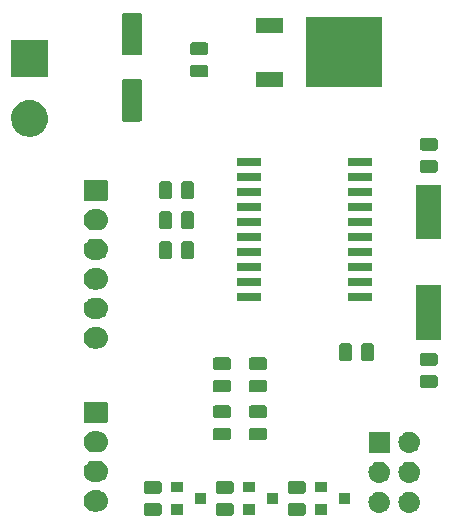
<source format=gbr>
G04 #@! TF.GenerationSoftware,KiCad,Pcbnew,5.0.2+dfsg1-1~bpo9+1*
G04 #@! TF.CreationDate,2019-09-13T19:08:42+10:00*
G04 #@! TF.ProjectId,interface,696e7465-7266-4616-9365-2e6b69636164,rev?*
G04 #@! TF.SameCoordinates,Original*
G04 #@! TF.FileFunction,Soldermask,Top*
G04 #@! TF.FilePolarity,Negative*
%FSLAX46Y46*%
G04 Gerber Fmt 4.6, Leading zero omitted, Abs format (unit mm)*
G04 Created by KiCad (PCBNEW 5.0.2+dfsg1-1~bpo9+1) date Пт 13 сен 2019 19:08:42*
%MOMM*%
%LPD*%
G01*
G04 APERTURE LIST*
%ADD10C,0.100000*%
G04 APERTURE END LIST*
D10*
G36*
X118694466Y-99131065D02*
X118733137Y-99142796D01*
X118768779Y-99161848D01*
X118800017Y-99187483D01*
X118825652Y-99218721D01*
X118844704Y-99254363D01*
X118856435Y-99293034D01*
X118861000Y-99339388D01*
X118861000Y-99990612D01*
X118856435Y-100036966D01*
X118844704Y-100075637D01*
X118825652Y-100111279D01*
X118800017Y-100142517D01*
X118768779Y-100168152D01*
X118733137Y-100187204D01*
X118694466Y-100198935D01*
X118648112Y-100203500D01*
X117571888Y-100203500D01*
X117525534Y-100198935D01*
X117486863Y-100187204D01*
X117451221Y-100168152D01*
X117419983Y-100142517D01*
X117394348Y-100111279D01*
X117375296Y-100075637D01*
X117363565Y-100036966D01*
X117359000Y-99990612D01*
X117359000Y-99339388D01*
X117363565Y-99293034D01*
X117375296Y-99254363D01*
X117394348Y-99218721D01*
X117419983Y-99187483D01*
X117451221Y-99161848D01*
X117486863Y-99142796D01*
X117525534Y-99131065D01*
X117571888Y-99126500D01*
X118648112Y-99126500D01*
X118694466Y-99131065D01*
X118694466Y-99131065D01*
G37*
G36*
X112598466Y-99131065D02*
X112637137Y-99142796D01*
X112672779Y-99161848D01*
X112704017Y-99187483D01*
X112729652Y-99218721D01*
X112748704Y-99254363D01*
X112760435Y-99293034D01*
X112765000Y-99339388D01*
X112765000Y-99990612D01*
X112760435Y-100036966D01*
X112748704Y-100075637D01*
X112729652Y-100111279D01*
X112704017Y-100142517D01*
X112672779Y-100168152D01*
X112637137Y-100187204D01*
X112598466Y-100198935D01*
X112552112Y-100203500D01*
X111475888Y-100203500D01*
X111429534Y-100198935D01*
X111390863Y-100187204D01*
X111355221Y-100168152D01*
X111323983Y-100142517D01*
X111298348Y-100111279D01*
X111279296Y-100075637D01*
X111267565Y-100036966D01*
X111263000Y-99990612D01*
X111263000Y-99339388D01*
X111267565Y-99293034D01*
X111279296Y-99254363D01*
X111298348Y-99218721D01*
X111323983Y-99187483D01*
X111355221Y-99161848D01*
X111390863Y-99142796D01*
X111429534Y-99131065D01*
X111475888Y-99126500D01*
X112552112Y-99126500D01*
X112598466Y-99131065D01*
X112598466Y-99131065D01*
G37*
G36*
X106502466Y-99131065D02*
X106541137Y-99142796D01*
X106576779Y-99161848D01*
X106608017Y-99187483D01*
X106633652Y-99218721D01*
X106652704Y-99254363D01*
X106664435Y-99293034D01*
X106669000Y-99339388D01*
X106669000Y-99990612D01*
X106664435Y-100036966D01*
X106652704Y-100075637D01*
X106633652Y-100111279D01*
X106608017Y-100142517D01*
X106576779Y-100168152D01*
X106541137Y-100187204D01*
X106502466Y-100198935D01*
X106456112Y-100203500D01*
X105379888Y-100203500D01*
X105333534Y-100198935D01*
X105294863Y-100187204D01*
X105259221Y-100168152D01*
X105227983Y-100142517D01*
X105202348Y-100111279D01*
X105183296Y-100075637D01*
X105171565Y-100036966D01*
X105167000Y-99990612D01*
X105167000Y-99339388D01*
X105171565Y-99293034D01*
X105183296Y-99254363D01*
X105202348Y-99218721D01*
X105227983Y-99187483D01*
X105259221Y-99161848D01*
X105294863Y-99142796D01*
X105333534Y-99131065D01*
X105379888Y-99126500D01*
X106456112Y-99126500D01*
X106502466Y-99131065D01*
X106502466Y-99131065D01*
G37*
G36*
X120659000Y-100128500D02*
X119657000Y-100128500D01*
X119657000Y-99226500D01*
X120659000Y-99226500D01*
X120659000Y-100128500D01*
X120659000Y-100128500D01*
G37*
G36*
X114563000Y-100128500D02*
X113561000Y-100128500D01*
X113561000Y-99226500D01*
X114563000Y-99226500D01*
X114563000Y-100128500D01*
X114563000Y-100128500D01*
G37*
G36*
X108467000Y-100128500D02*
X107465000Y-100128500D01*
X107465000Y-99226500D01*
X108467000Y-99226500D01*
X108467000Y-100128500D01*
X108467000Y-100128500D01*
G37*
G36*
X127745443Y-98165519D02*
X127811627Y-98172037D01*
X127924853Y-98206384D01*
X127981467Y-98223557D01*
X128030262Y-98249639D01*
X128137991Y-98307222D01*
X128163918Y-98328500D01*
X128275186Y-98419814D01*
X128358448Y-98521271D01*
X128387778Y-98557009D01*
X128387779Y-98557011D01*
X128471443Y-98713533D01*
X128486562Y-98763375D01*
X128522963Y-98883373D01*
X128540359Y-99060000D01*
X128522963Y-99236627D01*
X128507844Y-99286467D01*
X128471443Y-99406467D01*
X128451921Y-99442989D01*
X128387778Y-99562991D01*
X128373667Y-99580185D01*
X128275186Y-99700186D01*
X128182265Y-99776443D01*
X128137991Y-99812778D01*
X128137989Y-99812779D01*
X127981467Y-99896443D01*
X127924853Y-99913616D01*
X127811627Y-99947963D01*
X127745443Y-99954481D01*
X127679260Y-99961000D01*
X127590740Y-99961000D01*
X127524557Y-99954481D01*
X127458373Y-99947963D01*
X127345147Y-99913616D01*
X127288533Y-99896443D01*
X127132011Y-99812779D01*
X127132009Y-99812778D01*
X127087735Y-99776443D01*
X126994814Y-99700186D01*
X126896333Y-99580185D01*
X126882222Y-99562991D01*
X126818079Y-99442989D01*
X126798557Y-99406467D01*
X126762156Y-99286467D01*
X126747037Y-99236627D01*
X126729641Y-99060000D01*
X126747037Y-98883373D01*
X126783438Y-98763375D01*
X126798557Y-98713533D01*
X126882221Y-98557011D01*
X126882222Y-98557009D01*
X126911552Y-98521271D01*
X126994814Y-98419814D01*
X127106082Y-98328500D01*
X127132009Y-98307222D01*
X127239738Y-98249639D01*
X127288533Y-98223557D01*
X127345147Y-98206384D01*
X127458373Y-98172037D01*
X127524557Y-98165519D01*
X127590740Y-98159000D01*
X127679260Y-98159000D01*
X127745443Y-98165519D01*
X127745443Y-98165519D01*
G37*
G36*
X125205443Y-98165519D02*
X125271627Y-98172037D01*
X125384853Y-98206384D01*
X125441467Y-98223557D01*
X125490262Y-98249639D01*
X125597991Y-98307222D01*
X125623918Y-98328500D01*
X125735186Y-98419814D01*
X125818448Y-98521271D01*
X125847778Y-98557009D01*
X125847779Y-98557011D01*
X125931443Y-98713533D01*
X125946562Y-98763375D01*
X125982963Y-98883373D01*
X126000359Y-99060000D01*
X125982963Y-99236627D01*
X125967844Y-99286467D01*
X125931443Y-99406467D01*
X125911921Y-99442989D01*
X125847778Y-99562991D01*
X125833667Y-99580185D01*
X125735186Y-99700186D01*
X125642265Y-99776443D01*
X125597991Y-99812778D01*
X125597989Y-99812779D01*
X125441467Y-99896443D01*
X125384853Y-99913616D01*
X125271627Y-99947963D01*
X125205443Y-99954481D01*
X125139260Y-99961000D01*
X125050740Y-99961000D01*
X124984557Y-99954481D01*
X124918373Y-99947963D01*
X124805147Y-99913616D01*
X124748533Y-99896443D01*
X124592011Y-99812779D01*
X124592009Y-99812778D01*
X124547735Y-99776443D01*
X124454814Y-99700186D01*
X124356333Y-99580185D01*
X124342222Y-99562991D01*
X124278079Y-99442989D01*
X124258557Y-99406467D01*
X124222156Y-99286467D01*
X124207037Y-99236627D01*
X124189641Y-99060000D01*
X124207037Y-98883373D01*
X124243438Y-98763375D01*
X124258557Y-98713533D01*
X124342221Y-98557011D01*
X124342222Y-98557009D01*
X124371552Y-98521271D01*
X124454814Y-98419814D01*
X124566082Y-98328500D01*
X124592009Y-98307222D01*
X124699738Y-98249639D01*
X124748533Y-98223557D01*
X124805147Y-98206384D01*
X124918373Y-98172037D01*
X124984557Y-98165519D01*
X125050740Y-98159000D01*
X125139260Y-98159000D01*
X125205443Y-98165519D01*
X125205443Y-98165519D01*
G37*
G36*
X101327443Y-98045519D02*
X101393627Y-98052037D01*
X101506853Y-98086384D01*
X101563467Y-98103557D01*
X101667192Y-98159000D01*
X101719991Y-98187222D01*
X101736337Y-98200637D01*
X101857186Y-98299814D01*
X101940448Y-98401271D01*
X101969778Y-98437009D01*
X101969779Y-98437011D01*
X102053443Y-98593533D01*
X102053443Y-98593534D01*
X102104963Y-98763373D01*
X102122359Y-98940000D01*
X102104963Y-99116627D01*
X102095751Y-99146995D01*
X102053443Y-99286467D01*
X102023106Y-99343222D01*
X101969778Y-99442991D01*
X101940448Y-99478729D01*
X101857186Y-99580186D01*
X101755729Y-99663448D01*
X101719991Y-99692778D01*
X101719989Y-99692779D01*
X101563467Y-99776443D01*
X101506853Y-99793616D01*
X101393627Y-99827963D01*
X101327443Y-99834481D01*
X101261260Y-99841000D01*
X100922740Y-99841000D01*
X100856557Y-99834481D01*
X100790373Y-99827963D01*
X100677147Y-99793616D01*
X100620533Y-99776443D01*
X100464011Y-99692779D01*
X100464009Y-99692778D01*
X100428271Y-99663448D01*
X100326814Y-99580186D01*
X100243552Y-99478729D01*
X100214222Y-99442991D01*
X100160894Y-99343222D01*
X100130557Y-99286467D01*
X100088249Y-99146995D01*
X100079037Y-99116627D01*
X100061641Y-98940000D01*
X100079037Y-98763373D01*
X100130557Y-98593534D01*
X100130557Y-98593533D01*
X100214221Y-98437011D01*
X100214222Y-98437009D01*
X100243552Y-98401271D01*
X100326814Y-98299814D01*
X100447663Y-98200637D01*
X100464009Y-98187222D01*
X100516808Y-98159000D01*
X100620533Y-98103557D01*
X100677147Y-98086384D01*
X100790373Y-98052037D01*
X100856557Y-98045519D01*
X100922740Y-98039000D01*
X101261260Y-98039000D01*
X101327443Y-98045519D01*
X101327443Y-98045519D01*
G37*
G36*
X110467000Y-99178500D02*
X109465000Y-99178500D01*
X109465000Y-98276500D01*
X110467000Y-98276500D01*
X110467000Y-99178500D01*
X110467000Y-99178500D01*
G37*
G36*
X116563000Y-99178500D02*
X115561000Y-99178500D01*
X115561000Y-98276500D01*
X116563000Y-98276500D01*
X116563000Y-99178500D01*
X116563000Y-99178500D01*
G37*
G36*
X122659000Y-99178500D02*
X121657000Y-99178500D01*
X121657000Y-98276500D01*
X122659000Y-98276500D01*
X122659000Y-99178500D01*
X122659000Y-99178500D01*
G37*
G36*
X106502466Y-97256065D02*
X106541137Y-97267796D01*
X106576779Y-97286848D01*
X106608017Y-97312483D01*
X106633652Y-97343721D01*
X106652704Y-97379363D01*
X106664435Y-97418034D01*
X106669000Y-97464388D01*
X106669000Y-98115612D01*
X106664435Y-98161966D01*
X106652704Y-98200637D01*
X106633652Y-98236279D01*
X106608017Y-98267517D01*
X106576779Y-98293152D01*
X106541137Y-98312204D01*
X106502466Y-98323935D01*
X106456112Y-98328500D01*
X105379888Y-98328500D01*
X105333534Y-98323935D01*
X105294863Y-98312204D01*
X105259221Y-98293152D01*
X105227983Y-98267517D01*
X105202348Y-98236279D01*
X105183296Y-98200637D01*
X105171565Y-98161966D01*
X105167000Y-98115612D01*
X105167000Y-97464388D01*
X105171565Y-97418034D01*
X105183296Y-97379363D01*
X105202348Y-97343721D01*
X105227983Y-97312483D01*
X105259221Y-97286848D01*
X105294863Y-97267796D01*
X105333534Y-97256065D01*
X105379888Y-97251500D01*
X106456112Y-97251500D01*
X106502466Y-97256065D01*
X106502466Y-97256065D01*
G37*
G36*
X112598466Y-97256065D02*
X112637137Y-97267796D01*
X112672779Y-97286848D01*
X112704017Y-97312483D01*
X112729652Y-97343721D01*
X112748704Y-97379363D01*
X112760435Y-97418034D01*
X112765000Y-97464388D01*
X112765000Y-98115612D01*
X112760435Y-98161966D01*
X112748704Y-98200637D01*
X112729652Y-98236279D01*
X112704017Y-98267517D01*
X112672779Y-98293152D01*
X112637137Y-98312204D01*
X112598466Y-98323935D01*
X112552112Y-98328500D01*
X111475888Y-98328500D01*
X111429534Y-98323935D01*
X111390863Y-98312204D01*
X111355221Y-98293152D01*
X111323983Y-98267517D01*
X111298348Y-98236279D01*
X111279296Y-98200637D01*
X111267565Y-98161966D01*
X111263000Y-98115612D01*
X111263000Y-97464388D01*
X111267565Y-97418034D01*
X111279296Y-97379363D01*
X111298348Y-97343721D01*
X111323983Y-97312483D01*
X111355221Y-97286848D01*
X111390863Y-97267796D01*
X111429534Y-97256065D01*
X111475888Y-97251500D01*
X112552112Y-97251500D01*
X112598466Y-97256065D01*
X112598466Y-97256065D01*
G37*
G36*
X118694466Y-97256065D02*
X118733137Y-97267796D01*
X118768779Y-97286848D01*
X118800017Y-97312483D01*
X118825652Y-97343721D01*
X118844704Y-97379363D01*
X118856435Y-97418034D01*
X118861000Y-97464388D01*
X118861000Y-98115612D01*
X118856435Y-98161966D01*
X118844704Y-98200637D01*
X118825652Y-98236279D01*
X118800017Y-98267517D01*
X118768779Y-98293152D01*
X118733137Y-98312204D01*
X118694466Y-98323935D01*
X118648112Y-98328500D01*
X117571888Y-98328500D01*
X117525534Y-98323935D01*
X117486863Y-98312204D01*
X117451221Y-98293152D01*
X117419983Y-98267517D01*
X117394348Y-98236279D01*
X117375296Y-98200637D01*
X117363565Y-98161966D01*
X117359000Y-98115612D01*
X117359000Y-97464388D01*
X117363565Y-97418034D01*
X117375296Y-97379363D01*
X117394348Y-97343721D01*
X117419983Y-97312483D01*
X117451221Y-97286848D01*
X117486863Y-97267796D01*
X117525534Y-97256065D01*
X117571888Y-97251500D01*
X118648112Y-97251500D01*
X118694466Y-97256065D01*
X118694466Y-97256065D01*
G37*
G36*
X108467000Y-98228500D02*
X107465000Y-98228500D01*
X107465000Y-97326500D01*
X108467000Y-97326500D01*
X108467000Y-98228500D01*
X108467000Y-98228500D01*
G37*
G36*
X114563000Y-98228500D02*
X113561000Y-98228500D01*
X113561000Y-97326500D01*
X114563000Y-97326500D01*
X114563000Y-98228500D01*
X114563000Y-98228500D01*
G37*
G36*
X120659000Y-98228500D02*
X119657000Y-98228500D01*
X119657000Y-97326500D01*
X120659000Y-97326500D01*
X120659000Y-98228500D01*
X120659000Y-98228500D01*
G37*
G36*
X127745442Y-95625518D02*
X127811627Y-95632037D01*
X127924853Y-95666384D01*
X127981467Y-95683557D01*
X128120087Y-95757652D01*
X128137991Y-95767222D01*
X128173729Y-95796552D01*
X128275186Y-95879814D01*
X128358448Y-95981271D01*
X128387778Y-96017009D01*
X128387779Y-96017011D01*
X128471443Y-96173533D01*
X128471443Y-96173534D01*
X128522963Y-96343373D01*
X128540359Y-96520000D01*
X128522963Y-96696627D01*
X128495711Y-96786466D01*
X128471443Y-96866467D01*
X128430539Y-96942991D01*
X128387778Y-97022991D01*
X128358448Y-97058729D01*
X128275186Y-97160186D01*
X128173729Y-97243448D01*
X128137991Y-97272778D01*
X128137989Y-97272779D01*
X127981467Y-97356443D01*
X127932941Y-97371163D01*
X127811627Y-97407963D01*
X127745442Y-97414482D01*
X127679260Y-97421000D01*
X127590740Y-97421000D01*
X127524558Y-97414482D01*
X127458373Y-97407963D01*
X127337059Y-97371163D01*
X127288533Y-97356443D01*
X127132011Y-97272779D01*
X127132009Y-97272778D01*
X127096271Y-97243448D01*
X126994814Y-97160186D01*
X126911552Y-97058729D01*
X126882222Y-97022991D01*
X126839461Y-96942991D01*
X126798557Y-96866467D01*
X126774289Y-96786466D01*
X126747037Y-96696627D01*
X126729641Y-96520000D01*
X126747037Y-96343373D01*
X126798557Y-96173534D01*
X126798557Y-96173533D01*
X126882221Y-96017011D01*
X126882222Y-96017009D01*
X126911552Y-95981271D01*
X126994814Y-95879814D01*
X127096271Y-95796552D01*
X127132009Y-95767222D01*
X127149913Y-95757652D01*
X127288533Y-95683557D01*
X127345147Y-95666384D01*
X127458373Y-95632037D01*
X127524558Y-95625518D01*
X127590740Y-95619000D01*
X127679260Y-95619000D01*
X127745442Y-95625518D01*
X127745442Y-95625518D01*
G37*
G36*
X125205442Y-95625518D02*
X125271627Y-95632037D01*
X125384853Y-95666384D01*
X125441467Y-95683557D01*
X125580087Y-95757652D01*
X125597991Y-95767222D01*
X125633729Y-95796552D01*
X125735186Y-95879814D01*
X125818448Y-95981271D01*
X125847778Y-96017009D01*
X125847779Y-96017011D01*
X125931443Y-96173533D01*
X125931443Y-96173534D01*
X125982963Y-96343373D01*
X126000359Y-96520000D01*
X125982963Y-96696627D01*
X125955711Y-96786466D01*
X125931443Y-96866467D01*
X125890539Y-96942991D01*
X125847778Y-97022991D01*
X125818448Y-97058729D01*
X125735186Y-97160186D01*
X125633729Y-97243448D01*
X125597991Y-97272778D01*
X125597989Y-97272779D01*
X125441467Y-97356443D01*
X125392941Y-97371163D01*
X125271627Y-97407963D01*
X125205442Y-97414482D01*
X125139260Y-97421000D01*
X125050740Y-97421000D01*
X124984558Y-97414482D01*
X124918373Y-97407963D01*
X124797059Y-97371163D01*
X124748533Y-97356443D01*
X124592011Y-97272779D01*
X124592009Y-97272778D01*
X124556271Y-97243448D01*
X124454814Y-97160186D01*
X124371552Y-97058729D01*
X124342222Y-97022991D01*
X124299461Y-96942991D01*
X124258557Y-96866467D01*
X124234289Y-96786466D01*
X124207037Y-96696627D01*
X124189641Y-96520000D01*
X124207037Y-96343373D01*
X124258557Y-96173534D01*
X124258557Y-96173533D01*
X124342221Y-96017011D01*
X124342222Y-96017009D01*
X124371552Y-95981271D01*
X124454814Y-95879814D01*
X124556271Y-95796552D01*
X124592009Y-95767222D01*
X124609913Y-95757652D01*
X124748533Y-95683557D01*
X124805147Y-95666384D01*
X124918373Y-95632037D01*
X124984558Y-95625518D01*
X125050740Y-95619000D01*
X125139260Y-95619000D01*
X125205442Y-95625518D01*
X125205442Y-95625518D01*
G37*
G36*
X101327442Y-95545518D02*
X101393627Y-95552037D01*
X101506853Y-95586384D01*
X101563467Y-95603557D01*
X101702087Y-95677652D01*
X101719991Y-95687222D01*
X101755729Y-95716552D01*
X101857186Y-95799814D01*
X101922839Y-95879814D01*
X101969778Y-95937009D01*
X101969779Y-95937011D01*
X102053443Y-96093533D01*
X102053443Y-96093534D01*
X102104963Y-96263373D01*
X102122359Y-96440000D01*
X102104963Y-96616627D01*
X102080696Y-96696625D01*
X102053443Y-96786467D01*
X102010682Y-96866466D01*
X101969778Y-96942991D01*
X101940448Y-96978729D01*
X101857186Y-97080186D01*
X101759705Y-97160185D01*
X101719991Y-97192778D01*
X101719989Y-97192779D01*
X101563467Y-97276443D01*
X101506853Y-97293616D01*
X101393627Y-97327963D01*
X101327443Y-97334481D01*
X101261260Y-97341000D01*
X100922740Y-97341000D01*
X100856557Y-97334481D01*
X100790373Y-97327963D01*
X100677147Y-97293616D01*
X100620533Y-97276443D01*
X100464011Y-97192779D01*
X100464009Y-97192778D01*
X100424295Y-97160185D01*
X100326814Y-97080186D01*
X100243552Y-96978729D01*
X100214222Y-96942991D01*
X100173318Y-96866466D01*
X100130557Y-96786467D01*
X100103304Y-96696625D01*
X100079037Y-96616627D01*
X100061641Y-96440000D01*
X100079037Y-96263373D01*
X100130557Y-96093534D01*
X100130557Y-96093533D01*
X100214221Y-95937011D01*
X100214222Y-95937009D01*
X100261161Y-95879814D01*
X100326814Y-95799814D01*
X100428271Y-95716552D01*
X100464009Y-95687222D01*
X100481913Y-95677652D01*
X100620533Y-95603557D01*
X100677147Y-95586384D01*
X100790373Y-95552037D01*
X100856558Y-95545518D01*
X100922740Y-95539000D01*
X101261260Y-95539000D01*
X101327442Y-95545518D01*
X101327442Y-95545518D01*
G37*
G36*
X127745443Y-93085519D02*
X127811627Y-93092037D01*
X127924853Y-93126384D01*
X127981467Y-93143557D01*
X128063155Y-93187221D01*
X128137991Y-93227222D01*
X128173729Y-93256552D01*
X128275186Y-93339814D01*
X128354951Y-93437009D01*
X128387778Y-93477009D01*
X128387779Y-93477011D01*
X128471443Y-93633533D01*
X128471443Y-93633534D01*
X128522963Y-93803373D01*
X128540359Y-93980000D01*
X128522963Y-94156627D01*
X128488616Y-94269853D01*
X128471443Y-94326467D01*
X128409160Y-94442989D01*
X128387778Y-94482991D01*
X128358448Y-94518729D01*
X128275186Y-94620186D01*
X128186731Y-94692778D01*
X128137991Y-94732778D01*
X128137989Y-94732779D01*
X127981467Y-94816443D01*
X127943490Y-94827963D01*
X127811627Y-94867963D01*
X127745443Y-94874481D01*
X127679260Y-94881000D01*
X127590740Y-94881000D01*
X127524557Y-94874481D01*
X127458373Y-94867963D01*
X127326510Y-94827963D01*
X127288533Y-94816443D01*
X127132011Y-94732779D01*
X127132009Y-94732778D01*
X127083269Y-94692778D01*
X126994814Y-94620186D01*
X126911552Y-94518729D01*
X126882222Y-94482991D01*
X126860840Y-94442989D01*
X126798557Y-94326467D01*
X126781384Y-94269853D01*
X126747037Y-94156627D01*
X126729641Y-93980000D01*
X126747037Y-93803373D01*
X126798557Y-93633534D01*
X126798557Y-93633533D01*
X126882221Y-93477011D01*
X126882222Y-93477009D01*
X126915049Y-93437009D01*
X126994814Y-93339814D01*
X127096271Y-93256552D01*
X127132009Y-93227222D01*
X127206845Y-93187221D01*
X127288533Y-93143557D01*
X127345147Y-93126384D01*
X127458373Y-93092037D01*
X127524557Y-93085519D01*
X127590740Y-93079000D01*
X127679260Y-93079000D01*
X127745443Y-93085519D01*
X127745443Y-93085519D01*
G37*
G36*
X125996000Y-94881000D02*
X124194000Y-94881000D01*
X124194000Y-93079000D01*
X125996000Y-93079000D01*
X125996000Y-94881000D01*
X125996000Y-94881000D01*
G37*
G36*
X101327442Y-93045518D02*
X101393627Y-93052037D01*
X101482512Y-93079000D01*
X101563467Y-93103557D01*
X101702087Y-93177652D01*
X101719991Y-93187222D01*
X101755729Y-93216552D01*
X101857186Y-93299814D01*
X101940448Y-93401271D01*
X101969778Y-93437009D01*
X101969779Y-93437011D01*
X102053443Y-93593533D01*
X102053443Y-93593534D01*
X102104963Y-93763373D01*
X102122359Y-93940000D01*
X102104963Y-94116627D01*
X102092829Y-94156627D01*
X102053443Y-94286467D01*
X102032062Y-94326467D01*
X101969778Y-94442991D01*
X101940448Y-94478729D01*
X101857186Y-94580186D01*
X101755729Y-94663448D01*
X101719991Y-94692778D01*
X101719989Y-94692779D01*
X101563467Y-94776443D01*
X101506853Y-94793616D01*
X101393627Y-94827963D01*
X101327443Y-94834481D01*
X101261260Y-94841000D01*
X100922740Y-94841000D01*
X100856557Y-94834481D01*
X100790373Y-94827963D01*
X100677147Y-94793616D01*
X100620533Y-94776443D01*
X100464011Y-94692779D01*
X100464009Y-94692778D01*
X100428271Y-94663448D01*
X100326814Y-94580186D01*
X100243552Y-94478729D01*
X100214222Y-94442991D01*
X100151938Y-94326467D01*
X100130557Y-94286467D01*
X100091171Y-94156627D01*
X100079037Y-94116627D01*
X100061641Y-93940000D01*
X100079037Y-93763373D01*
X100130557Y-93593534D01*
X100130557Y-93593533D01*
X100214221Y-93437011D01*
X100214222Y-93437009D01*
X100243552Y-93401271D01*
X100326814Y-93299814D01*
X100428271Y-93216552D01*
X100464009Y-93187222D01*
X100481913Y-93177652D01*
X100620533Y-93103557D01*
X100701488Y-93079000D01*
X100790373Y-93052037D01*
X100856558Y-93045518D01*
X100922740Y-93039000D01*
X101261260Y-93039000D01*
X101327442Y-93045518D01*
X101327442Y-93045518D01*
G37*
G36*
X115392466Y-92732565D02*
X115431137Y-92744296D01*
X115466779Y-92763348D01*
X115498017Y-92788983D01*
X115523652Y-92820221D01*
X115542704Y-92855863D01*
X115554435Y-92894534D01*
X115559000Y-92940888D01*
X115559000Y-93592112D01*
X115554435Y-93638466D01*
X115542704Y-93677137D01*
X115523652Y-93712779D01*
X115498017Y-93744017D01*
X115466779Y-93769652D01*
X115431137Y-93788704D01*
X115392466Y-93800435D01*
X115346112Y-93805000D01*
X114269888Y-93805000D01*
X114223534Y-93800435D01*
X114184863Y-93788704D01*
X114149221Y-93769652D01*
X114117983Y-93744017D01*
X114092348Y-93712779D01*
X114073296Y-93677137D01*
X114061565Y-93638466D01*
X114057000Y-93592112D01*
X114057000Y-92940888D01*
X114061565Y-92894534D01*
X114073296Y-92855863D01*
X114092348Y-92820221D01*
X114117983Y-92788983D01*
X114149221Y-92763348D01*
X114184863Y-92744296D01*
X114223534Y-92732565D01*
X114269888Y-92728000D01*
X115346112Y-92728000D01*
X115392466Y-92732565D01*
X115392466Y-92732565D01*
G37*
G36*
X112344466Y-92732565D02*
X112383137Y-92744296D01*
X112418779Y-92763348D01*
X112450017Y-92788983D01*
X112475652Y-92820221D01*
X112494704Y-92855863D01*
X112506435Y-92894534D01*
X112511000Y-92940888D01*
X112511000Y-93592112D01*
X112506435Y-93638466D01*
X112494704Y-93677137D01*
X112475652Y-93712779D01*
X112450017Y-93744017D01*
X112418779Y-93769652D01*
X112383137Y-93788704D01*
X112344466Y-93800435D01*
X112298112Y-93805000D01*
X111221888Y-93805000D01*
X111175534Y-93800435D01*
X111136863Y-93788704D01*
X111101221Y-93769652D01*
X111069983Y-93744017D01*
X111044348Y-93712779D01*
X111025296Y-93677137D01*
X111013565Y-93638466D01*
X111009000Y-93592112D01*
X111009000Y-92940888D01*
X111013565Y-92894534D01*
X111025296Y-92855863D01*
X111044348Y-92820221D01*
X111069983Y-92788983D01*
X111101221Y-92763348D01*
X111136863Y-92744296D01*
X111175534Y-92732565D01*
X111221888Y-92728000D01*
X112298112Y-92728000D01*
X112344466Y-92732565D01*
X112344466Y-92732565D01*
G37*
G36*
X101975600Y-90542989D02*
X102008649Y-90553014D01*
X102039106Y-90569294D01*
X102065799Y-90591201D01*
X102087706Y-90617894D01*
X102103986Y-90648351D01*
X102114011Y-90681400D01*
X102118000Y-90721904D01*
X102118000Y-92158096D01*
X102114011Y-92198600D01*
X102103986Y-92231649D01*
X102087706Y-92262106D01*
X102065799Y-92288799D01*
X102039106Y-92310706D01*
X102008649Y-92326986D01*
X101975600Y-92337011D01*
X101935096Y-92341000D01*
X100248904Y-92341000D01*
X100208400Y-92337011D01*
X100175351Y-92326986D01*
X100144894Y-92310706D01*
X100118201Y-92288799D01*
X100096294Y-92262106D01*
X100080014Y-92231649D01*
X100069989Y-92198600D01*
X100066000Y-92158096D01*
X100066000Y-90721904D01*
X100069989Y-90681400D01*
X100080014Y-90648351D01*
X100096294Y-90617894D01*
X100118201Y-90591201D01*
X100144894Y-90569294D01*
X100175351Y-90553014D01*
X100208400Y-90542989D01*
X100248904Y-90539000D01*
X101935096Y-90539000D01*
X101975600Y-90542989D01*
X101975600Y-90542989D01*
G37*
G36*
X112344466Y-90857565D02*
X112383137Y-90869296D01*
X112418779Y-90888348D01*
X112450017Y-90913983D01*
X112475652Y-90945221D01*
X112494704Y-90980863D01*
X112506435Y-91019534D01*
X112511000Y-91065888D01*
X112511000Y-91717112D01*
X112506435Y-91763466D01*
X112494704Y-91802137D01*
X112475652Y-91837779D01*
X112450017Y-91869017D01*
X112418779Y-91894652D01*
X112383137Y-91913704D01*
X112344466Y-91925435D01*
X112298112Y-91930000D01*
X111221888Y-91930000D01*
X111175534Y-91925435D01*
X111136863Y-91913704D01*
X111101221Y-91894652D01*
X111069983Y-91869017D01*
X111044348Y-91837779D01*
X111025296Y-91802137D01*
X111013565Y-91763466D01*
X111009000Y-91717112D01*
X111009000Y-91065888D01*
X111013565Y-91019534D01*
X111025296Y-90980863D01*
X111044348Y-90945221D01*
X111069983Y-90913983D01*
X111101221Y-90888348D01*
X111136863Y-90869296D01*
X111175534Y-90857565D01*
X111221888Y-90853000D01*
X112298112Y-90853000D01*
X112344466Y-90857565D01*
X112344466Y-90857565D01*
G37*
G36*
X115392466Y-90857565D02*
X115431137Y-90869296D01*
X115466779Y-90888348D01*
X115498017Y-90913983D01*
X115523652Y-90945221D01*
X115542704Y-90980863D01*
X115554435Y-91019534D01*
X115559000Y-91065888D01*
X115559000Y-91717112D01*
X115554435Y-91763466D01*
X115542704Y-91802137D01*
X115523652Y-91837779D01*
X115498017Y-91869017D01*
X115466779Y-91894652D01*
X115431137Y-91913704D01*
X115392466Y-91925435D01*
X115346112Y-91930000D01*
X114269888Y-91930000D01*
X114223534Y-91925435D01*
X114184863Y-91913704D01*
X114149221Y-91894652D01*
X114117983Y-91869017D01*
X114092348Y-91837779D01*
X114073296Y-91802137D01*
X114061565Y-91763466D01*
X114057000Y-91717112D01*
X114057000Y-91065888D01*
X114061565Y-91019534D01*
X114073296Y-90980863D01*
X114092348Y-90945221D01*
X114117983Y-90913983D01*
X114149221Y-90888348D01*
X114184863Y-90869296D01*
X114223534Y-90857565D01*
X114269888Y-90853000D01*
X115346112Y-90853000D01*
X115392466Y-90857565D01*
X115392466Y-90857565D01*
G37*
G36*
X115392466Y-88668565D02*
X115431137Y-88680296D01*
X115466779Y-88699348D01*
X115498017Y-88724983D01*
X115523652Y-88756221D01*
X115542704Y-88791863D01*
X115554435Y-88830534D01*
X115559000Y-88876888D01*
X115559000Y-89528112D01*
X115554435Y-89574466D01*
X115542704Y-89613137D01*
X115523652Y-89648779D01*
X115498017Y-89680017D01*
X115466779Y-89705652D01*
X115431137Y-89724704D01*
X115392466Y-89736435D01*
X115346112Y-89741000D01*
X114269888Y-89741000D01*
X114223534Y-89736435D01*
X114184863Y-89724704D01*
X114149221Y-89705652D01*
X114117983Y-89680017D01*
X114092348Y-89648779D01*
X114073296Y-89613137D01*
X114061565Y-89574466D01*
X114057000Y-89528112D01*
X114057000Y-88876888D01*
X114061565Y-88830534D01*
X114073296Y-88791863D01*
X114092348Y-88756221D01*
X114117983Y-88724983D01*
X114149221Y-88699348D01*
X114184863Y-88680296D01*
X114223534Y-88668565D01*
X114269888Y-88664000D01*
X115346112Y-88664000D01*
X115392466Y-88668565D01*
X115392466Y-88668565D01*
G37*
G36*
X112344466Y-88668565D02*
X112383137Y-88680296D01*
X112418779Y-88699348D01*
X112450017Y-88724983D01*
X112475652Y-88756221D01*
X112494704Y-88791863D01*
X112506435Y-88830534D01*
X112511000Y-88876888D01*
X112511000Y-89528112D01*
X112506435Y-89574466D01*
X112494704Y-89613137D01*
X112475652Y-89648779D01*
X112450017Y-89680017D01*
X112418779Y-89705652D01*
X112383137Y-89724704D01*
X112344466Y-89736435D01*
X112298112Y-89741000D01*
X111221888Y-89741000D01*
X111175534Y-89736435D01*
X111136863Y-89724704D01*
X111101221Y-89705652D01*
X111069983Y-89680017D01*
X111044348Y-89648779D01*
X111025296Y-89613137D01*
X111013565Y-89574466D01*
X111009000Y-89528112D01*
X111009000Y-88876888D01*
X111013565Y-88830534D01*
X111025296Y-88791863D01*
X111044348Y-88756221D01*
X111069983Y-88724983D01*
X111101221Y-88699348D01*
X111136863Y-88680296D01*
X111175534Y-88668565D01*
X111221888Y-88664000D01*
X112298112Y-88664000D01*
X112344466Y-88668565D01*
X112344466Y-88668565D01*
G37*
G36*
X129870466Y-88287565D02*
X129909137Y-88299296D01*
X129944779Y-88318348D01*
X129976017Y-88343983D01*
X130001652Y-88375221D01*
X130020704Y-88410863D01*
X130032435Y-88449534D01*
X130037000Y-88495888D01*
X130037000Y-89147112D01*
X130032435Y-89193466D01*
X130020704Y-89232137D01*
X130001652Y-89267779D01*
X129976017Y-89299017D01*
X129944779Y-89324652D01*
X129909137Y-89343704D01*
X129870466Y-89355435D01*
X129824112Y-89360000D01*
X128747888Y-89360000D01*
X128701534Y-89355435D01*
X128662863Y-89343704D01*
X128627221Y-89324652D01*
X128595983Y-89299017D01*
X128570348Y-89267779D01*
X128551296Y-89232137D01*
X128539565Y-89193466D01*
X128535000Y-89147112D01*
X128535000Y-88495888D01*
X128539565Y-88449534D01*
X128551296Y-88410863D01*
X128570348Y-88375221D01*
X128595983Y-88343983D01*
X128627221Y-88318348D01*
X128662863Y-88299296D01*
X128701534Y-88287565D01*
X128747888Y-88283000D01*
X129824112Y-88283000D01*
X129870466Y-88287565D01*
X129870466Y-88287565D01*
G37*
G36*
X112344466Y-86793565D02*
X112383137Y-86805296D01*
X112418779Y-86824348D01*
X112450017Y-86849983D01*
X112475652Y-86881221D01*
X112494704Y-86916863D01*
X112506435Y-86955534D01*
X112511000Y-87001888D01*
X112511000Y-87653112D01*
X112506435Y-87699466D01*
X112494704Y-87738137D01*
X112475652Y-87773779D01*
X112450017Y-87805017D01*
X112418779Y-87830652D01*
X112383137Y-87849704D01*
X112344466Y-87861435D01*
X112298112Y-87866000D01*
X111221888Y-87866000D01*
X111175534Y-87861435D01*
X111136863Y-87849704D01*
X111101221Y-87830652D01*
X111069983Y-87805017D01*
X111044348Y-87773779D01*
X111025296Y-87738137D01*
X111013565Y-87699466D01*
X111009000Y-87653112D01*
X111009000Y-87001888D01*
X111013565Y-86955534D01*
X111025296Y-86916863D01*
X111044348Y-86881221D01*
X111069983Y-86849983D01*
X111101221Y-86824348D01*
X111136863Y-86805296D01*
X111175534Y-86793565D01*
X111221888Y-86789000D01*
X112298112Y-86789000D01*
X112344466Y-86793565D01*
X112344466Y-86793565D01*
G37*
G36*
X115392466Y-86793565D02*
X115431137Y-86805296D01*
X115466779Y-86824348D01*
X115498017Y-86849983D01*
X115523652Y-86881221D01*
X115542704Y-86916863D01*
X115554435Y-86955534D01*
X115559000Y-87001888D01*
X115559000Y-87653112D01*
X115554435Y-87699466D01*
X115542704Y-87738137D01*
X115523652Y-87773779D01*
X115498017Y-87805017D01*
X115466779Y-87830652D01*
X115431137Y-87849704D01*
X115392466Y-87861435D01*
X115346112Y-87866000D01*
X114269888Y-87866000D01*
X114223534Y-87861435D01*
X114184863Y-87849704D01*
X114149221Y-87830652D01*
X114117983Y-87805017D01*
X114092348Y-87773779D01*
X114073296Y-87738137D01*
X114061565Y-87699466D01*
X114057000Y-87653112D01*
X114057000Y-87001888D01*
X114061565Y-86955534D01*
X114073296Y-86916863D01*
X114092348Y-86881221D01*
X114117983Y-86849983D01*
X114149221Y-86824348D01*
X114184863Y-86805296D01*
X114223534Y-86793565D01*
X114269888Y-86789000D01*
X115346112Y-86789000D01*
X115392466Y-86793565D01*
X115392466Y-86793565D01*
G37*
G36*
X129870466Y-86412565D02*
X129909137Y-86424296D01*
X129944779Y-86443348D01*
X129976017Y-86468983D01*
X130001652Y-86500221D01*
X130020704Y-86535863D01*
X130032435Y-86574534D01*
X130037000Y-86620888D01*
X130037000Y-87272112D01*
X130032435Y-87318466D01*
X130020704Y-87357137D01*
X130001652Y-87392779D01*
X129976017Y-87424017D01*
X129944779Y-87449652D01*
X129909137Y-87468704D01*
X129870466Y-87480435D01*
X129824112Y-87485000D01*
X128747888Y-87485000D01*
X128701534Y-87480435D01*
X128662863Y-87468704D01*
X128627221Y-87449652D01*
X128595983Y-87424017D01*
X128570348Y-87392779D01*
X128551296Y-87357137D01*
X128539565Y-87318466D01*
X128535000Y-87272112D01*
X128535000Y-86620888D01*
X128539565Y-86574534D01*
X128551296Y-86535863D01*
X128570348Y-86500221D01*
X128595983Y-86468983D01*
X128627221Y-86443348D01*
X128662863Y-86424296D01*
X128701534Y-86412565D01*
X128747888Y-86408000D01*
X129824112Y-86408000D01*
X129870466Y-86412565D01*
X129870466Y-86412565D01*
G37*
G36*
X122624466Y-85613565D02*
X122663137Y-85625296D01*
X122698779Y-85644348D01*
X122730017Y-85669983D01*
X122755652Y-85701221D01*
X122774704Y-85736863D01*
X122786435Y-85775534D01*
X122791000Y-85821888D01*
X122791000Y-86898112D01*
X122786435Y-86944466D01*
X122774704Y-86983137D01*
X122755652Y-87018779D01*
X122730017Y-87050017D01*
X122698779Y-87075652D01*
X122663137Y-87094704D01*
X122624466Y-87106435D01*
X122578112Y-87111000D01*
X121926888Y-87111000D01*
X121880534Y-87106435D01*
X121841863Y-87094704D01*
X121806221Y-87075652D01*
X121774983Y-87050017D01*
X121749348Y-87018779D01*
X121730296Y-86983137D01*
X121718565Y-86944466D01*
X121714000Y-86898112D01*
X121714000Y-85821888D01*
X121718565Y-85775534D01*
X121730296Y-85736863D01*
X121749348Y-85701221D01*
X121774983Y-85669983D01*
X121806221Y-85644348D01*
X121841863Y-85625296D01*
X121880534Y-85613565D01*
X121926888Y-85609000D01*
X122578112Y-85609000D01*
X122624466Y-85613565D01*
X122624466Y-85613565D01*
G37*
G36*
X124499466Y-85613565D02*
X124538137Y-85625296D01*
X124573779Y-85644348D01*
X124605017Y-85669983D01*
X124630652Y-85701221D01*
X124649704Y-85736863D01*
X124661435Y-85775534D01*
X124666000Y-85821888D01*
X124666000Y-86898112D01*
X124661435Y-86944466D01*
X124649704Y-86983137D01*
X124630652Y-87018779D01*
X124605017Y-87050017D01*
X124573779Y-87075652D01*
X124538137Y-87094704D01*
X124499466Y-87106435D01*
X124453112Y-87111000D01*
X123801888Y-87111000D01*
X123755534Y-87106435D01*
X123716863Y-87094704D01*
X123681221Y-87075652D01*
X123649983Y-87050017D01*
X123624348Y-87018779D01*
X123605296Y-86983137D01*
X123593565Y-86944466D01*
X123589000Y-86898112D01*
X123589000Y-85821888D01*
X123593565Y-85775534D01*
X123605296Y-85736863D01*
X123624348Y-85701221D01*
X123649983Y-85669983D01*
X123681221Y-85644348D01*
X123716863Y-85625296D01*
X123755534Y-85613565D01*
X123801888Y-85609000D01*
X124453112Y-85609000D01*
X124499466Y-85613565D01*
X124499466Y-85613565D01*
G37*
G36*
X101327442Y-84249518D02*
X101393627Y-84256037D01*
X101506853Y-84290384D01*
X101563467Y-84307557D01*
X101702087Y-84381652D01*
X101719991Y-84391222D01*
X101755729Y-84420552D01*
X101857186Y-84503814D01*
X101940448Y-84605271D01*
X101969778Y-84641009D01*
X101969779Y-84641011D01*
X102053443Y-84797533D01*
X102053443Y-84797534D01*
X102104963Y-84967373D01*
X102122359Y-85144000D01*
X102104963Y-85320627D01*
X102070616Y-85433853D01*
X102053443Y-85490467D01*
X101990085Y-85609000D01*
X101969778Y-85646991D01*
X101963716Y-85654377D01*
X101857186Y-85784186D01*
X101755729Y-85867448D01*
X101719991Y-85896778D01*
X101719989Y-85896779D01*
X101563467Y-85980443D01*
X101506853Y-85997616D01*
X101393627Y-86031963D01*
X101327442Y-86038482D01*
X101261260Y-86045000D01*
X100922740Y-86045000D01*
X100856558Y-86038482D01*
X100790373Y-86031963D01*
X100677147Y-85997616D01*
X100620533Y-85980443D01*
X100464011Y-85896779D01*
X100464009Y-85896778D01*
X100428271Y-85867448D01*
X100326814Y-85784186D01*
X100220284Y-85654377D01*
X100214222Y-85646991D01*
X100193915Y-85609000D01*
X100130557Y-85490467D01*
X100113384Y-85433853D01*
X100079037Y-85320627D01*
X100061641Y-85144000D01*
X100079037Y-84967373D01*
X100130557Y-84797534D01*
X100130557Y-84797533D01*
X100214221Y-84641011D01*
X100214222Y-84641009D01*
X100243552Y-84605271D01*
X100326814Y-84503814D01*
X100428271Y-84420552D01*
X100464009Y-84391222D01*
X100481913Y-84381652D01*
X100620533Y-84307557D01*
X100677147Y-84290384D01*
X100790373Y-84256037D01*
X100856558Y-84249518D01*
X100922740Y-84243000D01*
X101261260Y-84243000D01*
X101327442Y-84249518D01*
X101327442Y-84249518D01*
G37*
G36*
X130337000Y-85291000D02*
X128235000Y-85291000D01*
X128235000Y-80689000D01*
X130337000Y-80689000D01*
X130337000Y-85291000D01*
X130337000Y-85291000D01*
G37*
G36*
X101327443Y-81749519D02*
X101393627Y-81756037D01*
X101506853Y-81790384D01*
X101563467Y-81807557D01*
X101702087Y-81881652D01*
X101719991Y-81891222D01*
X101755729Y-81920552D01*
X101857186Y-82003814D01*
X101940448Y-82105271D01*
X101969778Y-82141009D01*
X101969779Y-82141011D01*
X102053443Y-82297533D01*
X102053443Y-82297534D01*
X102104963Y-82467373D01*
X102122359Y-82644000D01*
X102104963Y-82820627D01*
X102070616Y-82933853D01*
X102053443Y-82990467D01*
X101979348Y-83129087D01*
X101969778Y-83146991D01*
X101940448Y-83182729D01*
X101857186Y-83284186D01*
X101755729Y-83367448D01*
X101719991Y-83396778D01*
X101719989Y-83396779D01*
X101563467Y-83480443D01*
X101506853Y-83497616D01*
X101393627Y-83531963D01*
X101327442Y-83538482D01*
X101261260Y-83545000D01*
X100922740Y-83545000D01*
X100856558Y-83538482D01*
X100790373Y-83531963D01*
X100677147Y-83497616D01*
X100620533Y-83480443D01*
X100464011Y-83396779D01*
X100464009Y-83396778D01*
X100428271Y-83367448D01*
X100326814Y-83284186D01*
X100243552Y-83182729D01*
X100214222Y-83146991D01*
X100204652Y-83129087D01*
X100130557Y-82990467D01*
X100113384Y-82933853D01*
X100079037Y-82820627D01*
X100061641Y-82644000D01*
X100079037Y-82467373D01*
X100130557Y-82297534D01*
X100130557Y-82297533D01*
X100214221Y-82141011D01*
X100214222Y-82141009D01*
X100243552Y-82105271D01*
X100326814Y-82003814D01*
X100428271Y-81920552D01*
X100464009Y-81891222D01*
X100481913Y-81881652D01*
X100620533Y-81807557D01*
X100677147Y-81790384D01*
X100790373Y-81756037D01*
X100856557Y-81749519D01*
X100922740Y-81743000D01*
X101261260Y-81743000D01*
X101327443Y-81749519D01*
X101327443Y-81749519D01*
G37*
G36*
X124471000Y-82012000D02*
X122419000Y-82012000D01*
X122419000Y-81310000D01*
X124471000Y-81310000D01*
X124471000Y-82012000D01*
X124471000Y-82012000D01*
G37*
G36*
X115071000Y-82012000D02*
X113019000Y-82012000D01*
X113019000Y-81310000D01*
X115071000Y-81310000D01*
X115071000Y-82012000D01*
X115071000Y-82012000D01*
G37*
G36*
X101327442Y-79249518D02*
X101393627Y-79256037D01*
X101506853Y-79290384D01*
X101563467Y-79307557D01*
X101702087Y-79381652D01*
X101719991Y-79391222D01*
X101755729Y-79420552D01*
X101857186Y-79503814D01*
X101940448Y-79605271D01*
X101969778Y-79641009D01*
X101969779Y-79641011D01*
X102053443Y-79797533D01*
X102053443Y-79797534D01*
X102104963Y-79967373D01*
X102122359Y-80144000D01*
X102104963Y-80320627D01*
X102070616Y-80433853D01*
X102053443Y-80490467D01*
X101979348Y-80629087D01*
X101969778Y-80646991D01*
X101940448Y-80682729D01*
X101857186Y-80784186D01*
X101755729Y-80867448D01*
X101719991Y-80896778D01*
X101719989Y-80896779D01*
X101563467Y-80980443D01*
X101506853Y-80997616D01*
X101393627Y-81031963D01*
X101327443Y-81038481D01*
X101261260Y-81045000D01*
X100922740Y-81045000D01*
X100856557Y-81038481D01*
X100790373Y-81031963D01*
X100677147Y-80997616D01*
X100620533Y-80980443D01*
X100464011Y-80896779D01*
X100464009Y-80896778D01*
X100428271Y-80867448D01*
X100326814Y-80784186D01*
X100243552Y-80682729D01*
X100214222Y-80646991D01*
X100204652Y-80629087D01*
X100130557Y-80490467D01*
X100113384Y-80433853D01*
X100079037Y-80320627D01*
X100061641Y-80144000D01*
X100079037Y-79967373D01*
X100130557Y-79797534D01*
X100130557Y-79797533D01*
X100214221Y-79641011D01*
X100214222Y-79641009D01*
X100243552Y-79605271D01*
X100326814Y-79503814D01*
X100428271Y-79420552D01*
X100464009Y-79391222D01*
X100481913Y-79381652D01*
X100620533Y-79307557D01*
X100677147Y-79290384D01*
X100790373Y-79256037D01*
X100856558Y-79249518D01*
X100922740Y-79243000D01*
X101261260Y-79243000D01*
X101327442Y-79249518D01*
X101327442Y-79249518D01*
G37*
G36*
X124471000Y-80742000D02*
X122419000Y-80742000D01*
X122419000Y-80040000D01*
X124471000Y-80040000D01*
X124471000Y-80742000D01*
X124471000Y-80742000D01*
G37*
G36*
X115071000Y-80742000D02*
X113019000Y-80742000D01*
X113019000Y-80040000D01*
X115071000Y-80040000D01*
X115071000Y-80742000D01*
X115071000Y-80742000D01*
G37*
G36*
X115071000Y-79472000D02*
X113019000Y-79472000D01*
X113019000Y-78770000D01*
X115071000Y-78770000D01*
X115071000Y-79472000D01*
X115071000Y-79472000D01*
G37*
G36*
X124471000Y-79472000D02*
X122419000Y-79472000D01*
X122419000Y-78770000D01*
X124471000Y-78770000D01*
X124471000Y-79472000D01*
X124471000Y-79472000D01*
G37*
G36*
X101327442Y-76749518D02*
X101393627Y-76756037D01*
X101506853Y-76790384D01*
X101563467Y-76807557D01*
X101702087Y-76881652D01*
X101719991Y-76891222D01*
X101755729Y-76920552D01*
X101857186Y-77003814D01*
X101930101Y-77092663D01*
X101969778Y-77141009D01*
X101969779Y-77141011D01*
X102053443Y-77297533D01*
X102053443Y-77297534D01*
X102104963Y-77467373D01*
X102122359Y-77644000D01*
X102104963Y-77820627D01*
X102070616Y-77933853D01*
X102053443Y-77990467D01*
X101979348Y-78129087D01*
X101969778Y-78146991D01*
X101940448Y-78182729D01*
X101857186Y-78284186D01*
X101770487Y-78355337D01*
X101719991Y-78396778D01*
X101719989Y-78396779D01*
X101563467Y-78480443D01*
X101506853Y-78497616D01*
X101393627Y-78531963D01*
X101327442Y-78538482D01*
X101261260Y-78545000D01*
X100922740Y-78545000D01*
X100856558Y-78538482D01*
X100790373Y-78531963D01*
X100677147Y-78497616D01*
X100620533Y-78480443D01*
X100464011Y-78396779D01*
X100464009Y-78396778D01*
X100413513Y-78355337D01*
X100326814Y-78284186D01*
X100243552Y-78182729D01*
X100214222Y-78146991D01*
X100204652Y-78129087D01*
X100130557Y-77990467D01*
X100113384Y-77933853D01*
X100079037Y-77820627D01*
X100061641Y-77644000D01*
X100079037Y-77467373D01*
X100130557Y-77297534D01*
X100130557Y-77297533D01*
X100214221Y-77141011D01*
X100214222Y-77141009D01*
X100253899Y-77092663D01*
X100326814Y-77003814D01*
X100428271Y-76920552D01*
X100464009Y-76891222D01*
X100481913Y-76881652D01*
X100620533Y-76807557D01*
X100677147Y-76790384D01*
X100790373Y-76756037D01*
X100856558Y-76749518D01*
X100922740Y-76743000D01*
X101261260Y-76743000D01*
X101327442Y-76749518D01*
X101327442Y-76749518D01*
G37*
G36*
X107384466Y-76977565D02*
X107423137Y-76989296D01*
X107458779Y-77008348D01*
X107490017Y-77033983D01*
X107515652Y-77065221D01*
X107534704Y-77100863D01*
X107546435Y-77139534D01*
X107551000Y-77185888D01*
X107551000Y-78262112D01*
X107546435Y-78308466D01*
X107534704Y-78347137D01*
X107515652Y-78382779D01*
X107490017Y-78414017D01*
X107458779Y-78439652D01*
X107423137Y-78458704D01*
X107384466Y-78470435D01*
X107338112Y-78475000D01*
X106686888Y-78475000D01*
X106640534Y-78470435D01*
X106601863Y-78458704D01*
X106566221Y-78439652D01*
X106534983Y-78414017D01*
X106509348Y-78382779D01*
X106490296Y-78347137D01*
X106478565Y-78308466D01*
X106474000Y-78262112D01*
X106474000Y-77185888D01*
X106478565Y-77139534D01*
X106490296Y-77100863D01*
X106509348Y-77065221D01*
X106534983Y-77033983D01*
X106566221Y-77008348D01*
X106601863Y-76989296D01*
X106640534Y-76977565D01*
X106686888Y-76973000D01*
X107338112Y-76973000D01*
X107384466Y-76977565D01*
X107384466Y-76977565D01*
G37*
G36*
X109259466Y-76977565D02*
X109298137Y-76989296D01*
X109333779Y-77008348D01*
X109365017Y-77033983D01*
X109390652Y-77065221D01*
X109409704Y-77100863D01*
X109421435Y-77139534D01*
X109426000Y-77185888D01*
X109426000Y-78262112D01*
X109421435Y-78308466D01*
X109409704Y-78347137D01*
X109390652Y-78382779D01*
X109365017Y-78414017D01*
X109333779Y-78439652D01*
X109298137Y-78458704D01*
X109259466Y-78470435D01*
X109213112Y-78475000D01*
X108561888Y-78475000D01*
X108515534Y-78470435D01*
X108476863Y-78458704D01*
X108441221Y-78439652D01*
X108409983Y-78414017D01*
X108384348Y-78382779D01*
X108365296Y-78347137D01*
X108353565Y-78308466D01*
X108349000Y-78262112D01*
X108349000Y-77185888D01*
X108353565Y-77139534D01*
X108365296Y-77100863D01*
X108384348Y-77065221D01*
X108409983Y-77033983D01*
X108441221Y-77008348D01*
X108476863Y-76989296D01*
X108515534Y-76977565D01*
X108561888Y-76973000D01*
X109213112Y-76973000D01*
X109259466Y-76977565D01*
X109259466Y-76977565D01*
G37*
G36*
X124471000Y-78202000D02*
X122419000Y-78202000D01*
X122419000Y-77500000D01*
X124471000Y-77500000D01*
X124471000Y-78202000D01*
X124471000Y-78202000D01*
G37*
G36*
X115071000Y-78202000D02*
X113019000Y-78202000D01*
X113019000Y-77500000D01*
X115071000Y-77500000D01*
X115071000Y-78202000D01*
X115071000Y-78202000D01*
G37*
G36*
X115071000Y-76932000D02*
X113019000Y-76932000D01*
X113019000Y-76230000D01*
X115071000Y-76230000D01*
X115071000Y-76932000D01*
X115071000Y-76932000D01*
G37*
G36*
X124471000Y-76932000D02*
X122419000Y-76932000D01*
X122419000Y-76230000D01*
X124471000Y-76230000D01*
X124471000Y-76932000D01*
X124471000Y-76932000D01*
G37*
G36*
X130337000Y-76791000D02*
X128235000Y-76791000D01*
X128235000Y-72189000D01*
X130337000Y-72189000D01*
X130337000Y-76791000D01*
X130337000Y-76791000D01*
G37*
G36*
X101327443Y-74249519D02*
X101393627Y-74256037D01*
X101506853Y-74290384D01*
X101563467Y-74307557D01*
X101702087Y-74381652D01*
X101719991Y-74391222D01*
X101755729Y-74420552D01*
X101857186Y-74503814D01*
X101935476Y-74599212D01*
X101969778Y-74641009D01*
X101969779Y-74641011D01*
X102053443Y-74797533D01*
X102053443Y-74797534D01*
X102104963Y-74967373D01*
X102122359Y-75144000D01*
X102104963Y-75320627D01*
X102070616Y-75433853D01*
X102053443Y-75490467D01*
X101979348Y-75629087D01*
X101969778Y-75646991D01*
X101940448Y-75682729D01*
X101857186Y-75784186D01*
X101755729Y-75867448D01*
X101719991Y-75896778D01*
X101719989Y-75896779D01*
X101563467Y-75980443D01*
X101506853Y-75997616D01*
X101393627Y-76031963D01*
X101327443Y-76038481D01*
X101261260Y-76045000D01*
X100922740Y-76045000D01*
X100856557Y-76038481D01*
X100790373Y-76031963D01*
X100677147Y-75997616D01*
X100620533Y-75980443D01*
X100464011Y-75896779D01*
X100464009Y-75896778D01*
X100428271Y-75867448D01*
X100326814Y-75784186D01*
X100243552Y-75682729D01*
X100214222Y-75646991D01*
X100204652Y-75629087D01*
X100130557Y-75490467D01*
X100113384Y-75433853D01*
X100079037Y-75320627D01*
X100061641Y-75144000D01*
X100079037Y-74967373D01*
X100130557Y-74797534D01*
X100130557Y-74797533D01*
X100214221Y-74641011D01*
X100214222Y-74641009D01*
X100248524Y-74599212D01*
X100326814Y-74503814D01*
X100428271Y-74420552D01*
X100464009Y-74391222D01*
X100481913Y-74381652D01*
X100620533Y-74307557D01*
X100677147Y-74290384D01*
X100790373Y-74256037D01*
X100856557Y-74249519D01*
X100922740Y-74243000D01*
X101261260Y-74243000D01*
X101327443Y-74249519D01*
X101327443Y-74249519D01*
G37*
G36*
X107384466Y-74437565D02*
X107423137Y-74449296D01*
X107458779Y-74468348D01*
X107490017Y-74493983D01*
X107515652Y-74525221D01*
X107534704Y-74560863D01*
X107546435Y-74599534D01*
X107551000Y-74645888D01*
X107551000Y-75722112D01*
X107546435Y-75768466D01*
X107534704Y-75807137D01*
X107515652Y-75842779D01*
X107490017Y-75874017D01*
X107458779Y-75899652D01*
X107423137Y-75918704D01*
X107384466Y-75930435D01*
X107338112Y-75935000D01*
X106686888Y-75935000D01*
X106640534Y-75930435D01*
X106601863Y-75918704D01*
X106566221Y-75899652D01*
X106534983Y-75874017D01*
X106509348Y-75842779D01*
X106490296Y-75807137D01*
X106478565Y-75768466D01*
X106474000Y-75722112D01*
X106474000Y-74645888D01*
X106478565Y-74599534D01*
X106490296Y-74560863D01*
X106509348Y-74525221D01*
X106534983Y-74493983D01*
X106566221Y-74468348D01*
X106601863Y-74449296D01*
X106640534Y-74437565D01*
X106686888Y-74433000D01*
X107338112Y-74433000D01*
X107384466Y-74437565D01*
X107384466Y-74437565D01*
G37*
G36*
X109259466Y-74437565D02*
X109298137Y-74449296D01*
X109333779Y-74468348D01*
X109365017Y-74493983D01*
X109390652Y-74525221D01*
X109409704Y-74560863D01*
X109421435Y-74599534D01*
X109426000Y-74645888D01*
X109426000Y-75722112D01*
X109421435Y-75768466D01*
X109409704Y-75807137D01*
X109390652Y-75842779D01*
X109365017Y-75874017D01*
X109333779Y-75899652D01*
X109298137Y-75918704D01*
X109259466Y-75930435D01*
X109213112Y-75935000D01*
X108561888Y-75935000D01*
X108515534Y-75930435D01*
X108476863Y-75918704D01*
X108441221Y-75899652D01*
X108409983Y-75874017D01*
X108384348Y-75842779D01*
X108365296Y-75807137D01*
X108353565Y-75768466D01*
X108349000Y-75722112D01*
X108349000Y-74645888D01*
X108353565Y-74599534D01*
X108365296Y-74560863D01*
X108384348Y-74525221D01*
X108409983Y-74493983D01*
X108441221Y-74468348D01*
X108476863Y-74449296D01*
X108515534Y-74437565D01*
X108561888Y-74433000D01*
X109213112Y-74433000D01*
X109259466Y-74437565D01*
X109259466Y-74437565D01*
G37*
G36*
X115071000Y-75662000D02*
X113019000Y-75662000D01*
X113019000Y-74960000D01*
X115071000Y-74960000D01*
X115071000Y-75662000D01*
X115071000Y-75662000D01*
G37*
G36*
X124471000Y-75662000D02*
X122419000Y-75662000D01*
X122419000Y-74960000D01*
X124471000Y-74960000D01*
X124471000Y-75662000D01*
X124471000Y-75662000D01*
G37*
G36*
X124471000Y-74392000D02*
X122419000Y-74392000D01*
X122419000Y-73690000D01*
X124471000Y-73690000D01*
X124471000Y-74392000D01*
X124471000Y-74392000D01*
G37*
G36*
X115071000Y-74392000D02*
X113019000Y-74392000D01*
X113019000Y-73690000D01*
X115071000Y-73690000D01*
X115071000Y-74392000D01*
X115071000Y-74392000D01*
G37*
G36*
X101975600Y-71746989D02*
X102008649Y-71757014D01*
X102039106Y-71773294D01*
X102065799Y-71795201D01*
X102087706Y-71821894D01*
X102103986Y-71852351D01*
X102114011Y-71885400D01*
X102118000Y-71925904D01*
X102118000Y-73362096D01*
X102114011Y-73402600D01*
X102103986Y-73435649D01*
X102087706Y-73466106D01*
X102065799Y-73492799D01*
X102039106Y-73514706D01*
X102008649Y-73530986D01*
X101975600Y-73541011D01*
X101935096Y-73545000D01*
X100248904Y-73545000D01*
X100208400Y-73541011D01*
X100175351Y-73530986D01*
X100144894Y-73514706D01*
X100118201Y-73492799D01*
X100096294Y-73466106D01*
X100080014Y-73435649D01*
X100069989Y-73402600D01*
X100066000Y-73362096D01*
X100066000Y-71925904D01*
X100069989Y-71885400D01*
X100080014Y-71852351D01*
X100096294Y-71821894D01*
X100118201Y-71795201D01*
X100144894Y-71773294D01*
X100175351Y-71757014D01*
X100208400Y-71746989D01*
X100248904Y-71743000D01*
X101935096Y-71743000D01*
X101975600Y-71746989D01*
X101975600Y-71746989D01*
G37*
G36*
X109259466Y-71897565D02*
X109298137Y-71909296D01*
X109333779Y-71928348D01*
X109365017Y-71953983D01*
X109390652Y-71985221D01*
X109409704Y-72020863D01*
X109421435Y-72059534D01*
X109426000Y-72105888D01*
X109426000Y-73182112D01*
X109421435Y-73228466D01*
X109409704Y-73267137D01*
X109390652Y-73302779D01*
X109365017Y-73334017D01*
X109333779Y-73359652D01*
X109298137Y-73378704D01*
X109259466Y-73390435D01*
X109213112Y-73395000D01*
X108561888Y-73395000D01*
X108515534Y-73390435D01*
X108476863Y-73378704D01*
X108441221Y-73359652D01*
X108409983Y-73334017D01*
X108384348Y-73302779D01*
X108365296Y-73267137D01*
X108353565Y-73228466D01*
X108349000Y-73182112D01*
X108349000Y-72105888D01*
X108353565Y-72059534D01*
X108365296Y-72020863D01*
X108384348Y-71985221D01*
X108409983Y-71953983D01*
X108441221Y-71928348D01*
X108476863Y-71909296D01*
X108515534Y-71897565D01*
X108561888Y-71893000D01*
X109213112Y-71893000D01*
X109259466Y-71897565D01*
X109259466Y-71897565D01*
G37*
G36*
X107384466Y-71897565D02*
X107423137Y-71909296D01*
X107458779Y-71928348D01*
X107490017Y-71953983D01*
X107515652Y-71985221D01*
X107534704Y-72020863D01*
X107546435Y-72059534D01*
X107551000Y-72105888D01*
X107551000Y-73182112D01*
X107546435Y-73228466D01*
X107534704Y-73267137D01*
X107515652Y-73302779D01*
X107490017Y-73334017D01*
X107458779Y-73359652D01*
X107423137Y-73378704D01*
X107384466Y-73390435D01*
X107338112Y-73395000D01*
X106686888Y-73395000D01*
X106640534Y-73390435D01*
X106601863Y-73378704D01*
X106566221Y-73359652D01*
X106534983Y-73334017D01*
X106509348Y-73302779D01*
X106490296Y-73267137D01*
X106478565Y-73228466D01*
X106474000Y-73182112D01*
X106474000Y-72105888D01*
X106478565Y-72059534D01*
X106490296Y-72020863D01*
X106509348Y-71985221D01*
X106534983Y-71953983D01*
X106566221Y-71928348D01*
X106601863Y-71909296D01*
X106640534Y-71897565D01*
X106686888Y-71893000D01*
X107338112Y-71893000D01*
X107384466Y-71897565D01*
X107384466Y-71897565D01*
G37*
G36*
X124471000Y-73122000D02*
X122419000Y-73122000D01*
X122419000Y-72420000D01*
X124471000Y-72420000D01*
X124471000Y-73122000D01*
X124471000Y-73122000D01*
G37*
G36*
X115071000Y-73122000D02*
X113019000Y-73122000D01*
X113019000Y-72420000D01*
X115071000Y-72420000D01*
X115071000Y-73122000D01*
X115071000Y-73122000D01*
G37*
G36*
X124471000Y-71852000D02*
X122419000Y-71852000D01*
X122419000Y-71150000D01*
X124471000Y-71150000D01*
X124471000Y-71852000D01*
X124471000Y-71852000D01*
G37*
G36*
X115071000Y-71852000D02*
X113019000Y-71852000D01*
X113019000Y-71150000D01*
X115071000Y-71150000D01*
X115071000Y-71852000D01*
X115071000Y-71852000D01*
G37*
G36*
X129870466Y-70078065D02*
X129909137Y-70089796D01*
X129944779Y-70108848D01*
X129976017Y-70134483D01*
X130001652Y-70165721D01*
X130020704Y-70201363D01*
X130032435Y-70240034D01*
X130037000Y-70286388D01*
X130037000Y-70937612D01*
X130032435Y-70983966D01*
X130020704Y-71022637D01*
X130001652Y-71058279D01*
X129976017Y-71089517D01*
X129944779Y-71115152D01*
X129909137Y-71134204D01*
X129870466Y-71145935D01*
X129824112Y-71150500D01*
X128747888Y-71150500D01*
X128701534Y-71145935D01*
X128662863Y-71134204D01*
X128627221Y-71115152D01*
X128595983Y-71089517D01*
X128570348Y-71058279D01*
X128551296Y-71022637D01*
X128539565Y-70983966D01*
X128535000Y-70937612D01*
X128535000Y-70286388D01*
X128539565Y-70240034D01*
X128551296Y-70201363D01*
X128570348Y-70165721D01*
X128595983Y-70134483D01*
X128627221Y-70108848D01*
X128662863Y-70089796D01*
X128701534Y-70078065D01*
X128747888Y-70073500D01*
X129824112Y-70073500D01*
X129870466Y-70078065D01*
X129870466Y-70078065D01*
G37*
G36*
X115071000Y-70582000D02*
X113019000Y-70582000D01*
X113019000Y-69880000D01*
X115071000Y-69880000D01*
X115071000Y-70582000D01*
X115071000Y-70582000D01*
G37*
G36*
X124471000Y-70582000D02*
X122419000Y-70582000D01*
X122419000Y-69880000D01*
X124471000Y-69880000D01*
X124471000Y-70582000D01*
X124471000Y-70582000D01*
G37*
G36*
X129870466Y-68203065D02*
X129909137Y-68214796D01*
X129944779Y-68233848D01*
X129976017Y-68259483D01*
X130001652Y-68290721D01*
X130020704Y-68326363D01*
X130032435Y-68365034D01*
X130037000Y-68411388D01*
X130037000Y-69062612D01*
X130032435Y-69108966D01*
X130020704Y-69147637D01*
X130001652Y-69183279D01*
X129976017Y-69214517D01*
X129944779Y-69240152D01*
X129909137Y-69259204D01*
X129870466Y-69270935D01*
X129824112Y-69275500D01*
X128747888Y-69275500D01*
X128701534Y-69270935D01*
X128662863Y-69259204D01*
X128627221Y-69240152D01*
X128595983Y-69214517D01*
X128570348Y-69183279D01*
X128551296Y-69147637D01*
X128539565Y-69108966D01*
X128535000Y-69062612D01*
X128535000Y-68411388D01*
X128539565Y-68365034D01*
X128551296Y-68326363D01*
X128570348Y-68290721D01*
X128595983Y-68259483D01*
X128627221Y-68233848D01*
X128662863Y-68214796D01*
X128701534Y-68203065D01*
X128747888Y-68198500D01*
X129824112Y-68198500D01*
X129870466Y-68203065D01*
X129870466Y-68203065D01*
G37*
G36*
X95856527Y-65036736D02*
X95956410Y-65056604D01*
X96238674Y-65173521D01*
X96492705Y-65343259D01*
X96708741Y-65559295D01*
X96878479Y-65813326D01*
X96995396Y-66095590D01*
X96995396Y-66095591D01*
X97055000Y-66395238D01*
X97055000Y-66700762D01*
X97029094Y-66831000D01*
X96995396Y-67000410D01*
X96878479Y-67282674D01*
X96708741Y-67536705D01*
X96492705Y-67752741D01*
X96238674Y-67922479D01*
X95956410Y-68039396D01*
X95856527Y-68059264D01*
X95656762Y-68099000D01*
X95351238Y-68099000D01*
X95151473Y-68059264D01*
X95051590Y-68039396D01*
X94769326Y-67922479D01*
X94515295Y-67752741D01*
X94299259Y-67536705D01*
X94129521Y-67282674D01*
X94012604Y-67000410D01*
X93978906Y-66831000D01*
X93953000Y-66700762D01*
X93953000Y-66395238D01*
X94012604Y-66095591D01*
X94012604Y-66095590D01*
X94129521Y-65813326D01*
X94299259Y-65559295D01*
X94515295Y-65343259D01*
X94769326Y-65173521D01*
X95051590Y-65056604D01*
X95151473Y-65036736D01*
X95351238Y-64997000D01*
X95656762Y-64997000D01*
X95856527Y-65036736D01*
X95856527Y-65036736D01*
G37*
G36*
X104845996Y-63233051D02*
X104879653Y-63243261D01*
X104910667Y-63259838D01*
X104937852Y-63282148D01*
X104960162Y-63309333D01*
X104976739Y-63340347D01*
X104986949Y-63374004D01*
X104991000Y-63415138D01*
X104991000Y-66644862D01*
X104986949Y-66685996D01*
X104976739Y-66719653D01*
X104960162Y-66750667D01*
X104937852Y-66777852D01*
X104910667Y-66800162D01*
X104879653Y-66816739D01*
X104845996Y-66826949D01*
X104804862Y-66831000D01*
X103475138Y-66831000D01*
X103434004Y-66826949D01*
X103400347Y-66816739D01*
X103369333Y-66800162D01*
X103342148Y-66777852D01*
X103319838Y-66750667D01*
X103303261Y-66719653D01*
X103293051Y-66685996D01*
X103289000Y-66644862D01*
X103289000Y-63415138D01*
X103293051Y-63374004D01*
X103303261Y-63340347D01*
X103319838Y-63309333D01*
X103342148Y-63282148D01*
X103369333Y-63259838D01*
X103400347Y-63243261D01*
X103434004Y-63233051D01*
X103475138Y-63229000D01*
X104804862Y-63229000D01*
X104845996Y-63233051D01*
X104845996Y-63233051D01*
G37*
G36*
X125366000Y-63911000D02*
X118864000Y-63911000D01*
X118864000Y-58009000D01*
X125366000Y-58009000D01*
X125366000Y-63911000D01*
X125366000Y-63911000D01*
G37*
G36*
X116966000Y-63891000D02*
X114664000Y-63891000D01*
X114664000Y-62589000D01*
X116966000Y-62589000D01*
X116966000Y-63891000D01*
X116966000Y-63891000D01*
G37*
G36*
X110439466Y-61998565D02*
X110478137Y-62010296D01*
X110513779Y-62029348D01*
X110545017Y-62054983D01*
X110570652Y-62086221D01*
X110589704Y-62121863D01*
X110601435Y-62160534D01*
X110606000Y-62206888D01*
X110606000Y-62858112D01*
X110601435Y-62904466D01*
X110589704Y-62943137D01*
X110570652Y-62978779D01*
X110545017Y-63010017D01*
X110513779Y-63035652D01*
X110478137Y-63054704D01*
X110439466Y-63066435D01*
X110393112Y-63071000D01*
X109316888Y-63071000D01*
X109270534Y-63066435D01*
X109231863Y-63054704D01*
X109196221Y-63035652D01*
X109164983Y-63010017D01*
X109139348Y-62978779D01*
X109120296Y-62943137D01*
X109108565Y-62904466D01*
X109104000Y-62858112D01*
X109104000Y-62206888D01*
X109108565Y-62160534D01*
X109120296Y-62121863D01*
X109139348Y-62086221D01*
X109164983Y-62054983D01*
X109196221Y-62029348D01*
X109231863Y-62010296D01*
X109270534Y-61998565D01*
X109316888Y-61994000D01*
X110393112Y-61994000D01*
X110439466Y-61998565D01*
X110439466Y-61998565D01*
G37*
G36*
X97055000Y-63019000D02*
X93953000Y-63019000D01*
X93953000Y-59917000D01*
X97055000Y-59917000D01*
X97055000Y-63019000D01*
X97055000Y-63019000D01*
G37*
G36*
X104845996Y-57633051D02*
X104879653Y-57643261D01*
X104910667Y-57659838D01*
X104937852Y-57682148D01*
X104960162Y-57709333D01*
X104976739Y-57740347D01*
X104986949Y-57774004D01*
X104991000Y-57815138D01*
X104991000Y-61044862D01*
X104986949Y-61085996D01*
X104976739Y-61119653D01*
X104960162Y-61150667D01*
X104937852Y-61177852D01*
X104910667Y-61200162D01*
X104879653Y-61216739D01*
X104845996Y-61226949D01*
X104804862Y-61231000D01*
X103475138Y-61231000D01*
X103434004Y-61226949D01*
X103400347Y-61216739D01*
X103369333Y-61200162D01*
X103342148Y-61177852D01*
X103319838Y-61150667D01*
X103303261Y-61119653D01*
X103293051Y-61085996D01*
X103289000Y-61044862D01*
X103289000Y-57815138D01*
X103293051Y-57774004D01*
X103303261Y-57740347D01*
X103319838Y-57709333D01*
X103342148Y-57682148D01*
X103369333Y-57659838D01*
X103400347Y-57643261D01*
X103434004Y-57633051D01*
X103475138Y-57629000D01*
X104804862Y-57629000D01*
X104845996Y-57633051D01*
X104845996Y-57633051D01*
G37*
G36*
X110439466Y-60123565D02*
X110478137Y-60135296D01*
X110513779Y-60154348D01*
X110545017Y-60179983D01*
X110570652Y-60211221D01*
X110589704Y-60246863D01*
X110601435Y-60285534D01*
X110606000Y-60331888D01*
X110606000Y-60983112D01*
X110601435Y-61029466D01*
X110589704Y-61068137D01*
X110570652Y-61103779D01*
X110545017Y-61135017D01*
X110513779Y-61160652D01*
X110478137Y-61179704D01*
X110439466Y-61191435D01*
X110393112Y-61196000D01*
X109316888Y-61196000D01*
X109270534Y-61191435D01*
X109231863Y-61179704D01*
X109196221Y-61160652D01*
X109164983Y-61135017D01*
X109139348Y-61103779D01*
X109120296Y-61068137D01*
X109108565Y-61029466D01*
X109104000Y-60983112D01*
X109104000Y-60331888D01*
X109108565Y-60285534D01*
X109120296Y-60246863D01*
X109139348Y-60211221D01*
X109164983Y-60179983D01*
X109196221Y-60154348D01*
X109231863Y-60135296D01*
X109270534Y-60123565D01*
X109316888Y-60119000D01*
X110393112Y-60119000D01*
X110439466Y-60123565D01*
X110439466Y-60123565D01*
G37*
G36*
X116966000Y-59331000D02*
X114664000Y-59331000D01*
X114664000Y-58029000D01*
X116966000Y-58029000D01*
X116966000Y-59331000D01*
X116966000Y-59331000D01*
G37*
M02*

</source>
